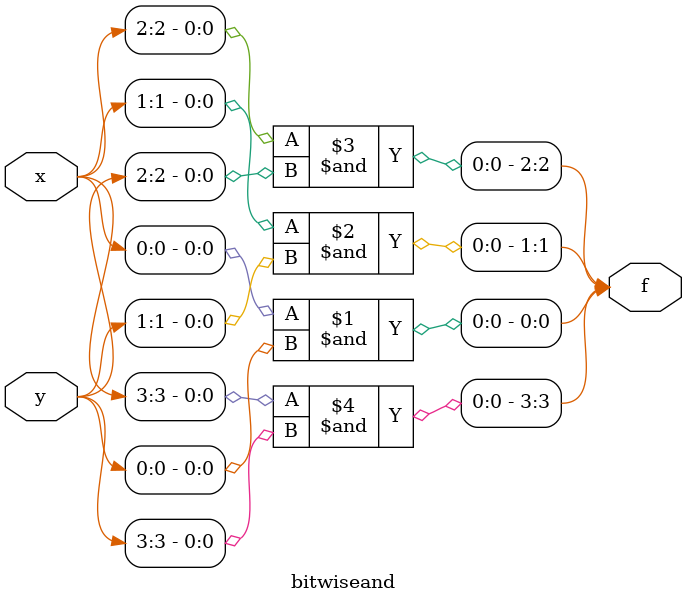
<source format=v>
/* ========================================================= */
/*                 32BIT BITWISE AND MODULE                 */
/* ========================================================= */
module bitwiseand(x,y,f);
	input [3:0] x, y;
	output [3:0] f;
	
	and(f[0],x[0],y[0]);
	and(f[1],x[1],y[1]);
	and(f[2],x[2],y[2]);
	and(f[3],x[3],y[3]);
	
	/* FOR TESTING:
	assign x = 4'b1001;
	assign y = 4'b0011;
	
	initial
		begin
			$monitor($time,,"x=%b, y=%b, f=%b",x,y,f);
		end
	*/
endmodule
</source>
